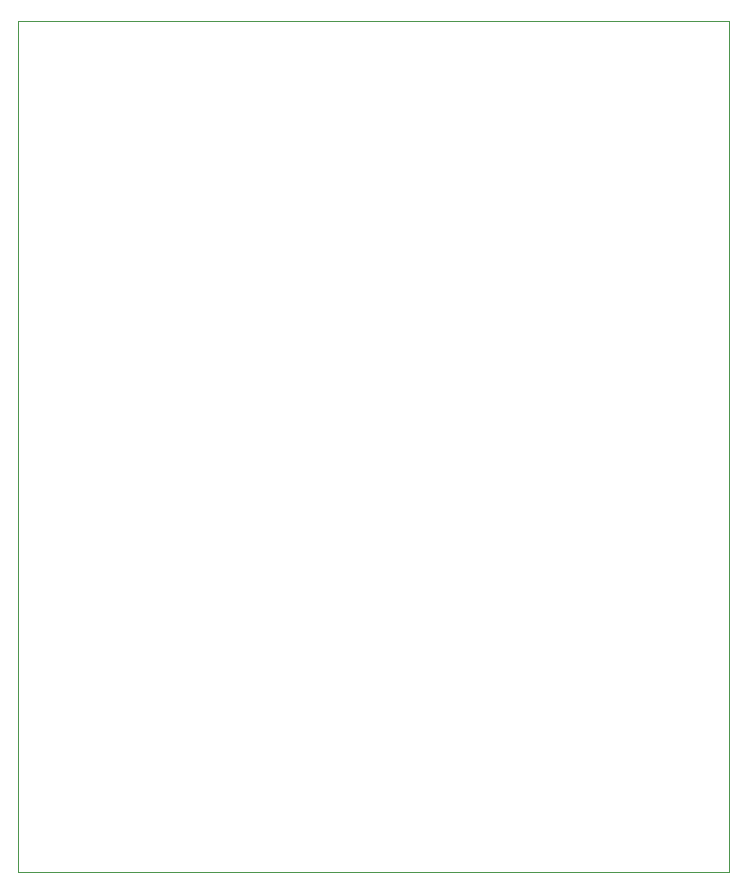
<source format=gbr>
%TF.GenerationSoftware,KiCad,Pcbnew,8.0.4*%
%TF.CreationDate,2024-07-27T14:27:44+01:00*%
%TF.ProjectId,ESP-SPIDER,4553502d-5350-4494-9445-522e6b696361,rev?*%
%TF.SameCoordinates,Original*%
%TF.FileFunction,Profile,NP*%
%FSLAX46Y46*%
G04 Gerber Fmt 4.6, Leading zero omitted, Abs format (unit mm)*
G04 Created by KiCad (PCBNEW 8.0.4) date 2024-07-27 14:27:44*
%MOMM*%
%LPD*%
G01*
G04 APERTURE LIST*
%TA.AperFunction,Profile*%
%ADD10C,0.050000*%
%TD*%
G04 APERTURE END LIST*
D10*
X121158000Y-61214000D02*
X181356000Y-61214000D01*
X181356000Y-133282000D01*
X121158000Y-133282000D01*
X121158000Y-61214000D01*
M02*

</source>
